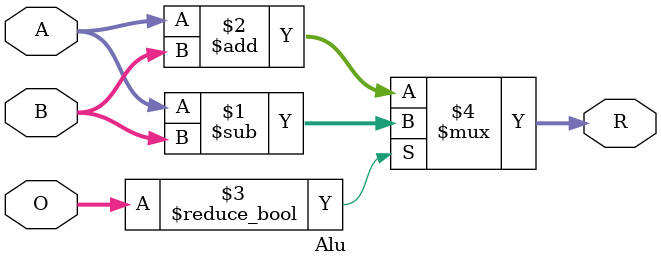
<source format=v>
module Alu
  #(
      parameter bits = 16
  )
  (
      input wire [bits-1 : 0] A , B , O ,
      output wire [bits-1 : 0] R
  );

assign R = (O)? A - B : A + B;

endmodule

</source>
